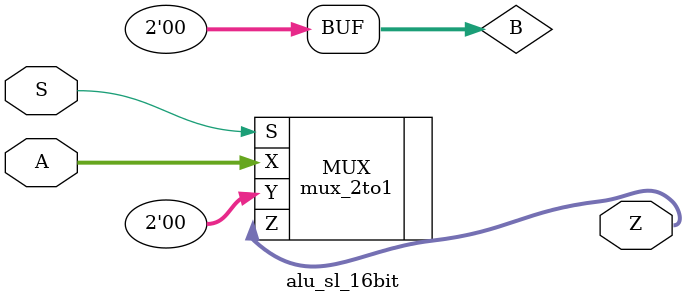
<source format=v>
`timescale 1ns / 1ps
`default_nettype none
module alu_sl_16bit(A, S, Z);

    parameter N = 2;

	//port definitions

	input wire [(N-1):0] A;
	input wire S;
    output wire [(N-1):0] Z;
    wire [(N-1):0] B;

    assign B[15:0] = 16'b0;
    assign B[N-1:16] = A[N-17:0];
    
	mux_2to1 #(.N(N)) MUX (.X(A), .Y(B), .S(S), .Z(Z));
endmodule
`default_nettype wire

</source>
